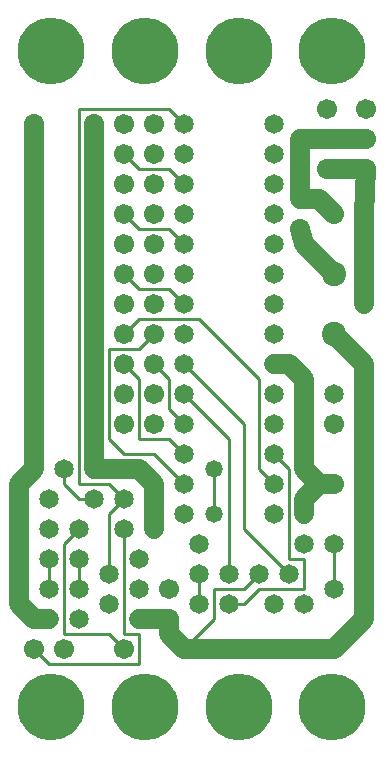
<source format=gtl>
%MOIN*%
%FSLAX25Y25*%
G04 D10 used for Character Trace; *
G04     Circle (OD=.01000) (No hole)*
G04 D11 used for Power Trace; *
G04     Circle (OD=.06700) (No hole)*
G04 D12 used for Signal Trace; *
G04     Circle (OD=.01100) (No hole)*
G04 D13 used for Via; *
G04     Circle (OD=.05800) (Round. Hole ID=.02800)*
G04 D14 used for Component hole; *
G04     Circle (OD=.06500) (Round. Hole ID=.03500)*
G04 D15 used for Component hole; *
G04     Circle (OD=.06700) (Round. Hole ID=.04300)*
G04 D16 used for Component hole; *
G04     Circle (OD=.08100) (Round. Hole ID=.05100)*
G04 D17 used for Component hole; *
G04     Circle (OD=.08900) (Round. Hole ID=.05900)*
G04 D18 used for Component hole; *
G04     Circle (OD=.11300) (Round. Hole ID=.08300)*
G04 D19 used for Component hole; *
G04     Circle (OD=.16000) (Round. Hole ID=.13000)*
G04 D20 used for Component hole; *
G04     Circle (OD=.18300) (Round. Hole ID=.15300)*
G04 D21 used for Component hole; *
G04     Circle (OD=.22291) (Round. Hole ID=.19291)*
%ADD10C,.01000*%
%ADD11C,.06700*%
%ADD12C,.01100*%
%ADD13C,.05800*%
%ADD14C,.06500*%
%ADD15C,.06700*%
%ADD16C,.08100*%
%ADD17C,.08900*%
%ADD18C,.11300*%
%ADD19C,.16000*%
%ADD20C,.18300*%
%ADD21C,.22291*%
%IPPOS*%
%LPD*%
G90*X0Y0D02*D21*X15625Y15625D03*D12*              
X15000Y30000D02*X45000D01*Y40000D01*X40000D01*    
Y75000D01*D14*D03*D12*X35000Y60000D02*Y80000D01*  
D14*Y60000D03*X45000Y55000D03*X25000Y65000D03*D12*
Y55000D01*D14*D03*X15000Y65000D03*D12*Y55000D01*  
D14*D03*X25000Y45000D03*D11*X10000D02*X15000D01*  
D14*D03*D12*X20000Y40000D02*X35000D01*            
X40000Y35000D01*D15*D03*D13*X45000Y45000D03*D11*  
X55000D01*D15*D03*D11*Y40000D01*X60000Y35000D01*  
D15*D03*D11*X110000D01*X120000Y45000D01*Y55000D01*
D14*D03*D11*Y80000D01*D14*D03*D11*Y100000D01*D15* 
D03*D11*Y120000D01*D14*D03*D11*Y130000D01*        
X110000Y140000D01*D16*D03*D13*X120000Y150000D03*  
D11*Y180000D01*D15*D03*D11*X120500Y195000D01*D15* 
D03*D11*X107500D01*D15*D03*X120500Y205000D03*D11* 
X107500D01*D15*D03*D11*X98500D01*D13*D03*D11*     
Y195000D01*D15*D03*D11*Y185000D01*D13*D03*D11*    
X105000D01*X110000Y180000D01*D15*D03*D11*         
Y160000D02*X100000Y170000D01*D16*                 
X110000Y160000D03*D11*X100000Y170000D02*          
X98500Y175000D01*D15*D03*D14*X90000Y180000D03*    
Y170000D03*Y160000D03*Y190000D03*Y150000D03*      
Y200000D03*Y140000D03*Y210000D03*D12*             
X85000Y125000D02*X65000Y145000D01*X85000Y95000D02*
Y125000D01*X90000Y90000D02*X85000Y95000D01*D14*   
X90000Y90000D03*D12*X95000Y65000D02*Y95000D01*    
Y65000D02*X100000D01*Y55000D01*X85000D01*         
X80000Y50000D01*X75000D01*D14*D03*D12*            
X70000Y55000D02*X80000D01*X70000Y45000D02*        
Y55000D01*X60000Y35000D02*X70000Y45000D01*D14*    
X65000Y50000D03*D12*Y60000D01*D14*D03*X75000D03*  
D12*Y105000D01*X60000Y120000D01*D14*D03*D12*      
X55000Y115000D02*Y125000D01*X60000Y110000D02*     
X55000Y115000D01*D14*X60000Y110000D03*D12*        
Y100000D02*X55000Y105000D01*D14*X60000Y100000D03* 
D12*X45000Y105000D02*X55000D01*X45000D02*         
Y125000D01*X40000Y130000D01*D15*D03*D12*          
X35000Y135000D02*X45000D01*X35000Y105000D02*      
Y135000D01*X40000Y100000D02*X35000Y105000D01*     
X40000Y100000D02*X50000D01*X60000Y90000D01*D14*   
D03*D13*X70000Y80000D03*D12*Y95000D01*D13*D03*D12*
X80000Y75000D02*Y110000D01*X95000Y60000D02*       
X80000Y75000D01*D14*X95000Y60000D03*              
X100000Y70000D03*X90000Y50000D03*X85000Y60000D03* 
D12*X80000Y55000D01*D14*X65000Y70000D03*          
X100000Y50000D03*Y80000D03*D11*Y85000D01*         
X105000Y90000D01*X110000D01*D15*D03*D11*          
X105000D02*X100000Y95000D01*Y125000D01*           
X95000Y130000D01*X90000D01*D14*D03*Y120000D03*D15*
X110000Y110000D03*D14*Y120000D03*D12*             
X80000Y110000D02*X60000Y130000D01*D14*D03*D12*    
X55000Y125000D02*X50000Y130000D01*D15*D03*D12*    
X45000Y135000D02*X50000Y140000D01*D15*D03*D12*    
X40000D02*X45000Y145000D01*D15*X40000Y140000D03*  
D12*X45000Y145000D02*X65000D01*D14*               
X60000Y150000D03*D12*X55000Y155000D01*X45000D01*  
X40000Y160000D01*D15*D03*X50000Y150000D03*        
Y170000D03*X30000D03*D11*Y160000D01*D15*D03*D11*  
Y150000D01*D15*D03*D11*Y140000D01*D15*D03*D11*    
Y130000D01*D15*D03*D11*Y120000D01*D15*D03*D11*    
Y110000D01*D15*D03*D11*Y95000D01*D14*D03*D11*     
X40000D01*D14*D03*D11*X45000D01*X50000Y90000D01*  
Y75000D01*D14*D03*X40000Y85000D03*D12*            
X35000Y80000D01*X40000Y85000D02*X35000Y90000D01*  
X25000D01*Y215000D01*X55000D01*X60000Y210000D01*  
D14*D03*D15*X50000Y200000D03*Y210000D03*D14*      
X60000Y200000D03*D12*X45000Y195000D02*X55000D01*  
X60000Y190000D01*D14*D03*D15*X50000Y180000D03*    
Y190000D03*D14*X60000Y180000D03*D12*              
X45000Y175000D02*X55000D01*X60000Y170000D01*D14*  
D03*D15*X50000Y160000D03*D14*X60000D03*D12*       
X45000Y175000D02*X40000Y180000D01*D15*D03*        
X30000Y190000D03*D11*Y180000D01*D15*D03*D11*      
Y170000D01*D15*X40000D03*X10000Y190000D03*D11*    
Y180000D01*D15*D03*D11*Y170000D01*D15*D03*D11*    
Y160000D01*D15*D03*D11*Y150000D01*D15*D03*D11*    
Y140000D01*D15*D03*D11*Y130000D01*D15*D03*D11*    
Y120000D01*D15*D03*D11*Y110000D01*D15*D03*D11*    
Y95000D01*D14*D03*D11*X5000Y90000D01*Y50000D01*   
X10000Y45000D01*D15*X20000Y35000D03*D12*Y40000D02*
Y70000D01*X25000Y75000D01*D14*D03*X15000Y85000D03*
X30000D03*D12*X25000D01*X20000Y90000D01*Y95000D01*
D14*D03*X15000Y75000D03*D15*X40000Y110000D03*     
Y120000D03*X50000Y110000D03*Y120000D03*D14*       
X45000Y65000D03*X60000Y80000D03*D15*              
X55000Y55000D03*D14*X60000Y140000D03*             
X35000Y50000D03*D15*X40000Y150000D03*             
X10000Y35000D03*D12*X15000Y30000D01*D21*          
X46875Y15625D03*X78125D03*D14*X90000Y80000D03*    
Y100000D03*D12*X95000Y95000D01*D14*               
X90000Y110000D03*X110000Y70000D03*D12*Y55000D01*  
D14*D03*D21*X109375Y15625D03*D15*X40000Y190000D03*
D11*X30000D02*Y200000D01*D15*D03*D11*Y210000D01*  
D15*D03*X40000Y200000D03*D12*X45000Y195000D01*D15*
X40000Y210000D03*X10000D03*D11*Y200000D01*D15*D03*
D11*Y190000D01*D21*X46875Y234375D03*X15625D03*    
X78125D03*D15*X107500Y215000D03*D21*              
X109375Y234375D03*D15*X120500Y215000D03*M02*      

</source>
